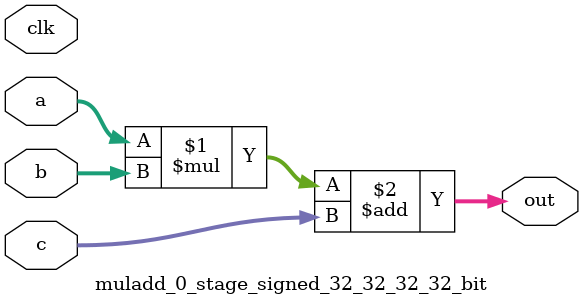
<source format=sv>


(* use_dsp = "yes" *) module muladd_0_stage_signed_32_32_32_32_bit (
	input signed [31:0] a,
	input signed [31:0] b,
	input signed [31:0] c,
	output [31:0] out,
	input clk);

	assign out = (a * b) + c;
endmodule
</source>
